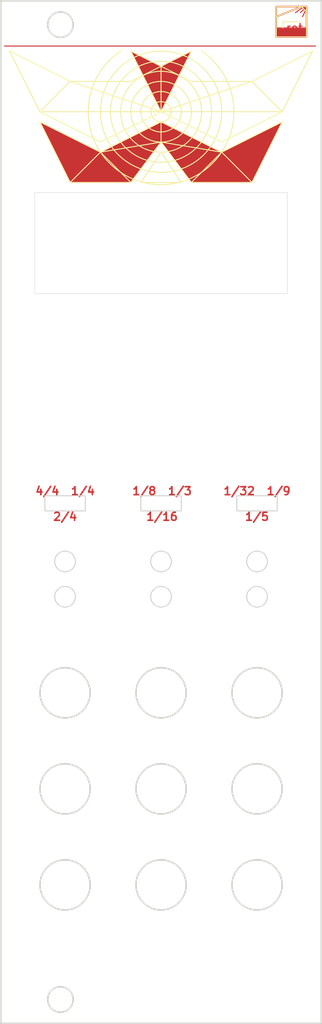
<source format=kicad_pcb>
(kicad_pcb (version 20171130) (host pcbnew "(5.1.2)-1")

  (general
    (thickness 1.6)
    (drawings 205)
    (tracks 0)
    (zones 0)
    (modules 0)
    (nets 1)
  )

  (page A4)
  (layers
    (0 F.Cu signal)
    (31 B.Cu signal)
    (32 B.Adhes user)
    (33 F.Adhes user)
    (34 B.Paste user)
    (35 F.Paste user)
    (36 B.SilkS user)
    (37 F.SilkS user)
    (38 B.Mask user)
    (39 F.Mask user)
    (40 Dwgs.User user)
    (41 Cmts.User user)
    (42 Eco1.User user)
    (43 Eco2.User user)
    (44 Edge.Cuts user)
    (45 Margin user)
    (46 B.CrtYd user)
    (47 F.CrtYd user)
    (48 B.Fab user)
    (49 F.Fab user)
  )

  (setup
    (last_trace_width 0.25)
    (trace_clearance 0.2)
    (zone_clearance 0.508)
    (zone_45_only no)
    (trace_min 0.2)
    (via_size 0.8)
    (via_drill 0.4)
    (via_min_size 0.4)
    (via_min_drill 0.3)
    (uvia_size 0.3)
    (uvia_drill 0.1)
    (uvias_allowed no)
    (uvia_min_size 0.2)
    (uvia_min_drill 0.1)
    (edge_width 0.05)
    (segment_width 0.2)
    (pcb_text_width 0.3)
    (pcb_text_size 1.5 1.5)
    (mod_edge_width 0.12)
    (mod_text_size 1 1)
    (mod_text_width 0.15)
    (pad_size 1.524 1.524)
    (pad_drill 0.762)
    (pad_to_mask_clearance 0.051)
    (solder_mask_min_width 0.25)
    (aux_axis_origin 0 0)
    (grid_origin 43.348219 27.97)
    (visible_elements 7FFFFFFF)
    (pcbplotparams
      (layerselection 0x010e0_7fffffff)
      (usegerberextensions false)
      (usegerberattributes false)
      (usegerberadvancedattributes false)
      (creategerberjobfile false)
      (excludeedgelayer true)
      (linewidth 0.100000)
      (plotframeref false)
      (viasonmask false)
      (mode 1)
      (useauxorigin false)
      (hpglpennumber 1)
      (hpglpenspeed 20)
      (hpglpendiameter 15.000000)
      (psnegative false)
      (psa4output false)
      (plotreference true)
      (plotvalue true)
      (plotinvisibletext false)
      (padsonsilk false)
      (subtractmaskfromsilk false)
      (outputformat 1)
      (mirror false)
      (drillshape 0)
      (scaleselection 1)
      (outputdirectory "grb/"))
  )

  (net 0 "")

  (net_class Default "This is the default net class."
    (clearance 0.2)
    (trace_width 0.25)
    (via_dia 0.8)
    (via_drill 0.4)
    (uvia_dia 0.3)
    (uvia_drill 0.1)
  )

  (gr_poly (pts (xy 43.348219 27.97) (xy 83.480219 27.97) (xy 83.480219 156.24) (xy 43.348219 156.24)) (layer B.Mask) (width 0.1) (tstamp 5CD5038B))
  (gr_circle (center 63.5 102.87) (end 67.945 102.87) (layer F.Mask) (width 0.15) (tstamp 5CD50332))
  (gr_circle (center 75.565 90.805) (end 75.565 96.52) (layer F.Mask) (width 0.15) (tstamp 5CD50331))
  (gr_circle (center 51.435 90.805) (end 57.15 90.805) (layer F.Mask) (width 0.15) (tstamp 5CD50330))
  (gr_circle (center 75.565 102.87) (end 81.28 102.87) (layer F.Mask) (width 0.15) (tstamp 5CD5032F))
  (gr_circle (center 51.435 90.805) (end 55.88 90.805) (layer F.Mask) (width 0.15) (tstamp 5CD5032E))
  (gr_circle (center 75.565 102.87) (end 80.01 102.87) (layer F.Mask) (width 0.15) (tstamp 5CD5032D))
  (gr_circle (center 63.5 90.805) (end 69.215 90.17) (layer F.Mask) (width 0.15) (tstamp 5CD5032C))
  (gr_circle (center 63.5 90.805) (end 67.945 90.805) (layer F.Mask) (width 0.15) (tstamp 5CD5032B))
  (gr_arc (start 63.5 102.87) (end 71.119999 97.790001) (angle -22.61986495) (layer F.Mask) (width 0.15) (tstamp 5CD5032A))
  (gr_circle (center 63.5 102.87) (end 69.215 102.87) (layer F.Mask) (width 0.15) (tstamp 5CD50329))
  (gr_arc (start 63.5 102.87) (end 54.610001 108.584999) (angle -24.52954746) (layer F.Mask) (width 0.15) (tstamp 5CD50328))
  (gr_arc (start 63.5 102.87) (end 57.150001 105.409999) (angle -46.39718103) (layer F.Mask) (width 0.15) (tstamp 5CD50327))
  (gr_arc (start 63.5 102.87) (end 72.389999 97.155001) (angle -24.52954746) (layer F.Mask) (width 0.15) (tstamp 5CD50326))
  (gr_arc (start 63.5 102.87) (end 67.309999 109.854999) (angle -32.77908067) (layer F.Mask) (width 0.15) (tstamp 5CD50325))
  (gr_arc (start 63.5 102.87) (end 70.484999 99.060001) (angle -32.77908067) (layer F.Mask) (width 0.15) (tstamp 5CD50324))
  (gr_arc (start 63.5 102.87) (end 55.880001 107.949999) (angle -22.61986495) (layer F.Mask) (width 0.15) (tstamp 5CD50323))
  (gr_arc (start 63.5 102.87) (end 60.960001 96.520001) (angle -46.39718103) (layer F.Mask) (width 0.15) (tstamp 5CD50322))
  (gr_arc (start 63.5 102.87) (end 58.420001 95.250001) (angle -22.61986495) (layer F.Mask) (width 0.15) (tstamp 5CD50321))
  (gr_circle (center 51.435 102.87) (end 45.72 102.87) (layer F.Mask) (width 0.15) (tstamp 5CD50320))
  (gr_arc (start 63.5 102.87) (end 71.119999 86.360001) (angle -49.55028114) (layer F.Mask) (width 0.15) (tstamp 5CD5031F))
  (gr_circle (center 75.565 90.805) (end 75.565 95.25) (layer F.Mask) (width 0.15) (tstamp 5CD5031E))
  (gr_arc (start 63.5 102.87) (end 56.515001 106.679999) (angle -32.77908067) (layer F.Mask) (width 0.15) (tstamp 5CD5031D))
  (gr_arc (start 63.495 102.88) (end 80.004999 110.499999) (angle -49.55028114) (layer F.Mask) (width 0.15) (tstamp 5CD5031C))
  (gr_arc (start 63.5 102.87) (end 68.579999 110.489999) (angle -22.61986495) (layer F.Mask) (width 0.15) (tstamp 5CD5031B))
  (gr_arc (start 63.5 102.87) (end 69.849999 100.330001) (angle -46.39718103) (layer F.Mask) (width 0.15) (tstamp 5CD5031A))
  (gr_arc (start 63.495 102.88) (end 81.274999 111.769999) (angle -53.13010235) (layer F.Mask) (width 0.15) (tstamp 5CD50319))
  (gr_arc (start 63.5 102.87) (end 69.214999 111.759999) (angle -24.52954746) (layer F.Mask) (width 0.15) (tstamp 5CD50318))
  (gr_arc (start 63.5 102.87) (end 72.389999 85.090001) (angle -53.13010235) (layer F.Mask) (width 0.15) (tstamp 5CD50317))
  (gr_circle (center 51.435 102.87) (end 46.99 102.87) (layer F.Mask) (width 0.15) (tstamp 5CD50316))
  (gr_arc (start 63.5 102.87) (end 66.039999 109.219999) (angle -46.39718103) (layer F.Mask) (width 0.15) (tstamp 5CD50315))
  (gr_arc (start 63.505 102.86) (end 46.995001 95.240001) (angle -49.55028114) (layer F.Mask) (width 0.15) (tstamp 5CD50314))
  (gr_arc (start 63.5 102.87) (end 57.785001 93.980001) (angle -24.52954746) (layer F.Mask) (width 0.15) (tstamp 5CD50313))
  (gr_arc (start 63.505 102.86) (end 45.725001 93.970001) (angle -53.13010235) (layer F.Mask) (width 0.15) (tstamp 5CD50312))
  (gr_arc (start 63.5 102.87) (end 59.690001 95.885001) (angle -32.77908067) (layer F.Mask) (width 0.15) (tstamp 5CD50311))
  (gr_arc (start 63.5 127) (end 70.484999 123.190001) (angle -32.77908067) (layer F.Mask) (width 0.15) (tstamp 5CD50298))
  (gr_arc (start 63.5 127) (end 72.389999 121.285001) (angle -24.52954746) (layer F.Mask) (width 0.15) (tstamp 5CD50297))
  (gr_arc (start 63.5 127) (end 54.610001 132.714999) (angle -24.52954746) (layer F.Mask) (width 0.15) (tstamp 5CD50296))
  (gr_arc (start 63.5 127) (end 71.119999 121.920001) (angle -22.61986495) (layer F.Mask) (width 0.15) (tstamp 5CD50295))
  (gr_arc (start 63.5 127) (end 57.150001 129.539999) (angle -46.39718103) (layer F.Mask) (width 0.15) (tstamp 5CD50294))
  (gr_arc (start 63.5 127) (end 67.309999 133.984999) (angle -32.77908067) (layer F.Mask) (width 0.15) (tstamp 5CD50293))
  (gr_circle (center 63.5 127) (end 69.215 127) (layer F.Mask) (width 0.15) (tstamp 5CD50292))
  (gr_arc (start 63.5 127) (end 56.515001 130.809999) (angle -32.77908067) (layer F.Mask) (width 0.15) (tstamp 5CD50291))
  (gr_circle (center 75.565 139.065) (end 80.01 139.065) (layer F.Mask) (width 0.15) (tstamp 5CD50290))
  (gr_arc (start 63.495 127.01) (end 80.004999 134.629999) (angle -49.55028114) (layer F.Mask) (width 0.15) (tstamp 5CD5028F))
  (gr_circle (center 75.565 139.065) (end 75.565 133.35) (layer F.Mask) (width 0.15) (tstamp 5CD5028E))
  (gr_arc (start 63.5 127) (end 68.579999 134.619999) (angle -22.61986495) (layer F.Mask) (width 0.15) (tstamp 5CD5028D))
  (gr_arc (start 63.5 127) (end 69.214999 135.889999) (angle -24.52954746) (layer F.Mask) (width 0.15) (tstamp 5CD5028C))
  (gr_circle (center 63.5 139.065) (end 62.865 134.62) (layer F.Mask) (width 0.15) (tstamp 5CD5028B))
  (gr_arc (start 63.505 126.99) (end 46.995001 119.370001) (angle -49.55028114) (layer F.Mask) (width 0.15) (tstamp 5CD5028A))
  (gr_arc (start 63.5 127) (end 57.785001 118.110001) (angle -24.52954746) (layer F.Mask) (width 0.15) (tstamp 5CD50289))
  (gr_arc (start 63.49 126.995) (end 54.600001 144.774999) (angle -53.13010235) (layer F.Mask) (width 0.15) (tstamp 5CD50288))
  (gr_arc (start 63.5 127) (end 59.690001 120.015001) (angle -32.77908067) (layer F.Mask) (width 0.15) (tstamp 5CD50287))
  (gr_arc (start 63.5 127) (end 55.880001 132.079999) (angle -22.61986495) (layer F.Mask) (width 0.15) (tstamp 5CD50286))
  (gr_arc (start 63.49 126.995) (end 55.870001 143.504999) (angle -49.55028114) (layer F.Mask) (width 0.15) (tstamp 5CD50285))
  (gr_arc (start 63.5 127) (end 69.849999 124.460001) (angle -46.39718103) (layer F.Mask) (width 0.15) (tstamp 5CD50284))
  (gr_arc (start 63.5 127) (end 60.960001 120.650001) (angle -46.39718103) (layer F.Mask) (width 0.15) (tstamp 5CD50283))
  (gr_arc (start 63.495 127.01) (end 81.274999 135.899999) (angle -53.13010235) (layer F.Mask) (width 0.15) (tstamp 5CD50281))
  (gr_circle (center 63.5 139.065) (end 63.5 133.35) (layer F.Mask) (width 0.15) (tstamp 5CD50280))
  (gr_circle (center 51.435 139.065) (end 55.88 139.065) (layer F.Mask) (width 0.15) (tstamp 5CD5027F))
  (gr_arc (start 63.5 127) (end 66.039999 133.349999) (angle -46.39718103) (layer F.Mask) (width 0.15) (tstamp 5CD5027E))
  (gr_circle (center 51.435 139.065) (end 57.15 139.065) (layer F.Mask) (width 0.15) (tstamp 5CD5027D))
  (gr_circle (center 51.435 127) (end 46.99 127) (layer F.Mask) (width 0.15) (tstamp 5CD5027C))
  (gr_arc (start 63.5 127) (end 58.420001 119.380001) (angle -22.61986495) (layer F.Mask) (width 0.15) (tstamp 5CD5027B))
  (gr_circle (center 51.435 127) (end 45.72 127) (layer F.Mask) (width 0.15) (tstamp 5CD5027A))
  (gr_arc (start 63.505 126.99) (end 45.725001 118.100001) (angle -53.13010235) (layer F.Mask) (width 0.15) (tstamp 5CD50278))
  (gr_circle (center 75.565 114.935) (end 75.565 119.38) (layer F.Mask) (width 0.15) (tstamp 5CD50277))
  (gr_circle (center 51.435 114.935) (end 57.15 114.935) (layer F.Mask) (width 0.15) (tstamp 5CD50276))
  (gr_circle (center 51.435 114.935) (end 55.88 114.935) (layer F.Mask) (width 0.15) (tstamp 5CD50275))
  (gr_circle (center 63.5 127) (end 67.945 127) (layer F.Mask) (width 0.15) (tstamp 5CD50274))
  (gr_circle (center 75.565 127) (end 80.01 127) (layer F.Mask) (width 0.15) (tstamp 5CD50273))
  (gr_circle (center 63.5 114.935) (end 69.215 114.3) (layer F.Mask) (width 0.15) (tstamp 5CD50272))
  (gr_circle (center 75.565 127) (end 81.28 127) (layer F.Mask) (width 0.15) (tstamp 5CD50271))
  (gr_circle (center 63.5 114.935) (end 67.945 114.935) (layer F.Mask) (width 0.15) (tstamp 5CD50270))
  (gr_circle (center 75.565 114.935) (end 75.565 120.65) (layer F.Mask) (width 0.15) (tstamp 5CD5026F))
  (gr_text takt-exp (at 75.565 153.035) (layer F.Mask) (tstamp 5CD5026E)
    (effects (font (size 4 2) (thickness 0.3)))
  )
  (gr_line (start 43.942 150.495) (end 83.058 150.495) (layer F.Mask) (width 0.12) (tstamp 5CD5026D))
  (gr_text rot (at 80.264 31.369) (layer F.Mask) (tstamp 5CD50242)
    (effects (font (size 1 1) (thickness 0.15)))
  )
  (gr_text rot (at 80.264 31.369) (layer F.Cu) (tstamp 5CD50241)
    (effects (font (size 1 1) (thickness 0.15)))
  )
  (gr_line (start 43.815 33.655) (end 82.931 33.655) (layer F.Cu) (width 0.12) (tstamp 5CD50240))
  (gr_line (start 43.815 33.655) (end 82.931 33.655) (layer F.Mask) (width 0.12) (tstamp 5CD5023F))
  (gr_line (start 81.661 29.21) (end 81.28 29.972) (layer F.Cu) (width 0.12) (tstamp 5CD5023E))
  (gr_line (start 77.978 32.512) (end 81.788 32.512) (layer F.Cu) (width 0.2) (tstamp 5CD5023D))
  (gr_line (start 77.978 28.702) (end 81.788 28.702) (layer F.Mask) (width 0.2) (tstamp 5CD5023C))
  (gr_line (start 81.153 28.702) (end 77.978 29.972) (layer F.SilkS) (width 0.12) (tstamp 5CD5023B))
  (gr_line (start 78.74 32.131) (end 78.613 31.75) (layer F.Mask) (width 0.12) (tstamp 5CD5023A))
  (gr_line (start 78.867 30.48) (end 78.8035 31.369) (layer F.SilkS) (width 0.12) (tstamp 5CD50239))
  (gr_line (start 81.788 28.702) (end 81.788 32.512) (layer F.Cu) (width 0.2) (tstamp 5CD50238))
  (gr_line (start 78.867 30.48) (end 78.994 30.607) (layer F.SilkS) (width 0.12) (tstamp 5CD50237))
  (gr_line (start 77.978 32.512) (end 77.978 28.702) (layer F.Mask) (width 0.2) (tstamp 5CD50236))
  (gr_line (start 78.994 30.607) (end 80.772 30.607) (layer F.SilkS) (width 0.12) (tstamp 5CD50235))
  (gr_poly (pts (xy 81.788 31.369) (xy 77.978 31.369) (xy 77.978 32.512) (xy 81.788 32.512)) (layer F.Cu) (width 0.1) (tstamp 5CD50234))
  (gr_line (start 77.978 28.702) (end 81.788 28.702) (layer F.Cu) (width 0.2) (tstamp 5CD50233))
  (gr_line (start 81.407 29.083) (end 81.026 29.464) (layer F.Cu) (width 0.12) (tstamp 5CD50232))
  (gr_line (start 81.28 28.829) (end 80.391 29.464) (layer F.Cu) (width 0.12) (tstamp 5CD50231))
  (gr_line (start 77.978 28.702) (end 77.978 32.512) (layer F.Cu) (width 0.2) (tstamp 5CD50230))
  (gr_line (start 77.978 32.512) (end 81.788 32.512) (layer F.Mask) (width 0.2) (tstamp 5CD5022F))
  (gr_line (start 81.788 32.512) (end 81.788 28.702) (layer F.Mask) (width 0.2) (tstamp 5CD5022E))
  (gr_line (start 78.613 31.75) (end 78.486 31.877) (layer F.Mask) (width 0.12) (tstamp 5CD5022D))
  (gr_line (start 78.74 32.131) (end 78.8035 31.369) (layer F.Mask) (width 0.12) (tstamp 5CD5022C))
  (gr_poly (pts (xy 81.788 29.337) (xy 81.788 28.702) (xy 81.153 28.702)) (layer F.Mask) (width 0.2) (tstamp 5CD5022B))
  (gr_poly (pts (xy 81.788 31.242) (xy 81.788 29.337) (xy 81.153 28.702) (xy 77.978 29.972) (xy 77.978 31.242)) (layer F.Mask) (width 0.2) (tstamp 5CD5022A))
  (gr_poly (pts (xy 81.788 29.337) (xy 81.788 28.702) (xy 81.153 28.702)) (layer F.Cu) (width 0.2) (tstamp 5CD50229))
  (gr_line (start 77.978 28.702) (end 77.978 32.512) (layer F.SilkS) (width 0.12) (tstamp 5CD50228))
  (gr_line (start 77.978 28.702) (end 81.788 28.702) (layer F.SilkS) (width 0.12) (tstamp 5CD50227))
  (gr_line (start 81.788 32.512) (end 81.788 28.702) (layer F.SilkS) (width 0.12) (tstamp 5CD50226))
  (gr_line (start 81.788 29.337) (end 81.153 28.702) (layer F.SilkS) (width 0.12) (tstamp 5CD50225))
  (gr_line (start 77.978 32.512) (end 81.788 32.512) (layer F.SilkS) (width 0.12) (tstamp 5CD50224))
  (gr_line (start 81.153 28.702) (end 77.978 29.972) (layer F.Cu) (width 0.2) (tstamp 5CD50223))
  (gr_line (start 60.96 50.8) (end 63.5 46.99) (layer F.SilkS) (width 0.12) (tstamp 5CD4AD60))
  (gr_line (start 66.04 50.8) (end 63.5 46.99) (layer F.SilkS) (width 0.12) (tstamp 5CD4AD5F))
  (gr_line (start 60.96 50.8) (end 66.04 50.8) (layer F.SilkS) (width 0.12))
  (gr_line (start 71.12 46.99) (end 74.93 50.8) (layer F.SilkS) (width 0.12) (tstamp 5CD4AD5E))
  (gr_line (start 67.31 50.8) (end 71.12 46.99) (layer F.SilkS) (width 0.12) (tstamp 5CD4AD5D))
  (gr_line (start 63.5 45.72) (end 55.88 46.99) (layer F.SilkS) (width 0.12) (tstamp 5CD4AD5C))
  (gr_line (start 63.5 45.72) (end 71.12 46.99) (layer F.SilkS) (width 0.12) (tstamp 5CD4AD5B))
  (gr_line (start 63.5 45.72) (end 63.5 43.18) (layer F.SilkS) (width 0.12) (tstamp 5CD4AD5A))
  (gr_line (start 55.88 46.99) (end 59.69 50.8) (layer F.SilkS) (width 0.12) (tstamp 5CD4AD59))
  (gr_line (start 52.07 50.8) (end 55.88 46.99) (layer F.SilkS) (width 0.12) (tstamp 5CD4AD58))
  (gr_line (start 55.88 46.99) (end 48.26 43.18) (layer F.SilkS) (width 0.12) (tstamp 5CD4AD57))
  (gr_line (start 63.5 43.18) (end 55.88 46.99) (layer F.SilkS) (width 0.12))
  (gr_line (start 71.12 46.99) (end 63.5 43.18) (layer F.SilkS) (width 0.12) (tstamp 5CD4AD56))
  (gr_line (start 78.74 43.18) (end 71.12 46.99) (layer F.SilkS) (width 0.12))
  (gr_line (start 74.93 50.8) (end 78.74 43.18) (layer F.SilkS) (width 0.12))
  (gr_line (start 67.31 50.8) (end 74.93 50.8) (layer F.SilkS) (width 0.12))
  (gr_line (start 67.31 50.8) (end 63.5 45.72) (layer F.SilkS) (width 0.12) (tstamp 5CD4AD55))
  (gr_line (start 59.69 50.8) (end 63.5 45.72) (layer F.SilkS) (width 0.12) (tstamp 5CD4AD54))
  (gr_line (start 52.07 50.8) (end 59.69 50.8) (layer F.SilkS) (width 0.12))
  (gr_line (start 48.26 43.18) (end 52.07 50.8) (layer F.SilkS) (width 0.12))
  (gr_poly (pts (xy 63.5 41.91) (xy 67.31 34.29) (xy 63.5 36.195) (xy 59.69 34.29)) (layer F.Cu) (width 0.1))
  (gr_line (start 74.93 38.1) (end 78.74 41.91) (layer F.SilkS) (width 0.12) (tstamp 5CD4AD48))
  (gr_line (start 48.26 41.91) (end 52.07 38.1) (layer F.SilkS) (width 0.12) (tstamp 5CD4AD47))
  (gr_line (start 63.5 41.91) (end 48.26 41.91) (layer F.SilkS) (width 0.12) (tstamp 5CD4AD46))
  (gr_line (start 78.74 41.91) (end 63.5 41.91) (layer F.SilkS) (width 0.12) (tstamp 5CD4AD45))
  (gr_line (start 63.5 41.91) (end 74.93 38.1) (layer F.SilkS) (width 0.12) (tstamp 5CD4AD44))
  (gr_line (start 63.5 41.91) (end 52.07 38.1) (layer F.SilkS) (width 0.12) (tstamp 5CD4AD43))
  (gr_line (start 63.5 36.195) (end 63.5 41.91) (layer F.SilkS) (width 0.12) (tstamp 5CD4AD42))
  (gr_line (start 67.31 38.1) (end 59.69 34.29) (layer F.SilkS) (width 0.12) (tstamp 5CD4AD41))
  (gr_line (start 74.93 38.1) (end 67.31 38.1) (layer F.SilkS) (width 0.12))
  (gr_line (start 82.55 34.29) (end 74.93 38.1) (layer F.SilkS) (width 0.12))
  (gr_line (start 78.74 41.91) (end 82.55 34.29) (layer F.SilkS) (width 0.12))
  (gr_line (start 71.12 45.72) (end 78.74 41.91) (layer F.SilkS) (width 0.12))
  (gr_line (start 63.5 41.91) (end 71.12 45.72) (layer F.SilkS) (width 0.12))
  (gr_line (start 59.69 34.29) (end 63.5 41.91) (layer F.SilkS) (width 0.12) (tstamp 5CD4AD40))
  (gr_line (start 48.26 41.91) (end 44.45 34.29) (layer F.SilkS) (width 0.12) (tstamp 5CD4AD3F))
  (gr_line (start 55.88 45.72) (end 48.26 41.91) (layer F.SilkS) (width 0.12))
  (gr_line (start 63.5 41.91) (end 55.88 45.72) (layer F.SilkS) (width 0.12))
  (gr_line (start 67.31 34.29) (end 63.5 41.91) (layer F.SilkS) (width 0.12) (tstamp 5CD4AD3E))
  (gr_line (start 59.69 38.1) (end 67.31 34.29) (layer F.SilkS) (width 0.12))
  (gr_line (start 52.07 38.1) (end 59.69 38.1) (layer F.SilkS) (width 0.12))
  (gr_line (start 44.45 34.29) (end 52.07 38.1) (layer F.SilkS) (width 0.12))
  (gr_arc (start 63.5 41.91) (end 58.420001 34.290001) (angle -292.6198649) (layer F.SilkS) (width 0.12))
  (gr_circle (center 63.5 41.91) (end 71.12 41.91) (layer F.SilkS) (width 0.12))
  (gr_circle (center 63.5 41.91) (end 69.85 41.91) (layer F.SilkS) (width 0.12))
  (gr_circle (center 63.5 41.91) (end 68.58 41.91) (layer F.SilkS) (width 0.12))
  (gr_circle (center 63.5 41.91) (end 67.31 41.91) (layer F.SilkS) (width 0.12))
  (gr_circle (center 63.5 41.91) (end 66.04 41.91) (layer F.SilkS) (width 0.12))
  (gr_circle (center 63.5 41.91) (end 64.77 41.91) (layer F.SilkS) (width 0.12))
  (gr_poly (pts (xy 60.96 50.8) (xy 63.5 46.99) (xy 66.04 50.8)) (layer F.Mask) (width 0.1))
  (gr_poly (pts (xy 48.26 43.18) (xy 55.88 46.99) (xy 63.5 43.18) (xy 71.12 46.99) (xy 78.74 43.18) (xy 74.93 50.8) (xy 67.31 50.8) (xy 63.5 45.72) (xy 59.69 50.8) (xy 52.07 50.8)) (layer F.Cu) (width 0.1))
  (gr_poly (pts (xy 82.55 34.29) (xy 78.74 41.91) (xy 71.12 45.72) (xy 63.5 41.91) (xy 59.69 34.29) (xy 67.31 38.1) (xy 74.93 38.1)) (layer F.Mask) (width 0.1))
  (gr_poly (pts (xy 44.45 34.29) (xy 48.26 41.91) (xy 55.88 45.72) (xy 63.5 41.91) (xy 67.31 34.29) (xy 64.77 35.56) (xy 59.69 38.1) (xy 52.07 38.1)) (layer F.Mask) (width 0.1))
  (gr_text "1/8  1/3\n\n1/16" (at 63.627 91.186) (layer F.Cu) (tstamp 5CD4ACA6)
    (effects (font (size 1 1) (thickness 0.2)))
  )
  (gr_text "1/32  1/9\n\n1/5" (at 75.565 91.186) (layer F.Cu) (tstamp 5CD4ACA5)
    (effects (font (size 1 1) (thickness 0.2)))
  )
  (gr_text "4/4  1/4\n\n2/4" (at 51.435 91.186) (layer F.Cu) (tstamp 5CD4ACA4)
    (effects (font (size 1 1) (thickness 0.2)))
  )
  (gr_text "1/32  1/9\n\n1/5" (at 75.565 91.186) (layer F.Mask) (tstamp 5CD4AC9A)
    (effects (font (size 1 1) (thickness 0.2)))
  )
  (gr_text "1/8  1/3\n\n1/16" (at 63.627 91.186) (layer F.Mask) (tstamp 5CD4AC9A)
    (effects (font (size 1 1) (thickness 0.2)))
  )
  (gr_text "4/4  1/4\n\n2/4" (at 51.435 91.186) (layer F.Mask) (tstamp 5CD4AC8B)
    (effects (font (size 1 1) (thickness 0.2)))
  )
  (gr_line (start 48.895 92.075) (end 48.895 90.17) (layer Edge.Cuts) (width 0.12) (tstamp 5CD4AC70))
  (gr_line (start 53.975 92.075) (end 48.895 92.075) (layer Edge.Cuts) (width 0.12) (tstamp 5CD4AC6F))
  (gr_line (start 48.895 90.17) (end 53.975 90.17) (layer Edge.Cuts) (width 0.12) (tstamp 5CD4AC6E))
  (gr_line (start 53.975 90.17) (end 53.975 92.075) (layer Edge.Cuts) (width 0.12) (tstamp 5CD4AC6D))
  (gr_line (start 73.025 92.075) (end 73.025 90.17) (layer Edge.Cuts) (width 0.12) (tstamp 5CD4AC70))
  (gr_line (start 78.105 92.075) (end 73.025 92.075) (layer Edge.Cuts) (width 0.12) (tstamp 5CD4AC6F))
  (gr_line (start 73.025 90.17) (end 78.105 90.17) (layer Edge.Cuts) (width 0.12) (tstamp 5CD4AC6E))
  (gr_line (start 78.105 90.17) (end 78.105 92.075) (layer Edge.Cuts) (width 0.12) (tstamp 5CD4AC6D))
  (gr_line (start 60.96 90.17) (end 66.04 90.17) (layer Edge.Cuts) (width 0.12) (tstamp 5CD4AC60))
  (gr_line (start 60.96 92.075) (end 60.96 90.17) (layer Edge.Cuts) (width 0.12))
  (gr_line (start 66.04 92.075) (end 60.96 92.075) (layer Edge.Cuts) (width 0.12))
  (gr_line (start 66.04 90.17) (end 66.04 92.075) (layer Edge.Cuts) (width 0.12) (tstamp 5CD4A9ED))
  (gr_circle (center 63.5 98.425) (end 64.8 98.425) (layer Edge.Cuts) (width 0.12) (tstamp 5CD49BD2))
  (gr_circle (center 75.57 98.425) (end 76.87 98.425) (layer Edge.Cuts) (width 0.12) (tstamp 5CD49BD1))
  (gr_circle (center 51.43 98.425) (end 52.73 98.425) (layer Edge.Cuts) (width 0.12) (tstamp 5CD49BD0))
  (gr_circle (center 75.57 102.860001) (end 76.87 102.860001) (layer Edge.Cuts) (width 0.12) (tstamp 5CD3AA68))
  (gr_circle (center 63.5 102.860001) (end 64.8 102.860001) (layer Edge.Cuts) (width 0.12) (tstamp 5CD3AA68))
  (gr_circle (center 51.43 102.860001) (end 52.73 102.860001) (layer Edge.Cuts) (width 0.12))
  (gr_line (start 79.375 52.07) (end 79.375 64.77) (layer Edge.Cuts) (width 0.05) (tstamp 5CD3AFF8))
  (gr_line (start 47.625 52.07) (end 79.375 52.07) (layer Edge.Cuts) (width 0.05) (tstamp 5CD3AFF5))
  (gr_line (start 47.625 64.77) (end 47.625 52.07) (layer Edge.Cuts) (width 0.05) (tstamp 5CD3AFF2))
  (gr_line (start 79.375 64.77) (end 47.625 64.77) (layer Edge.Cuts) (width 0.05) (tstamp 5CD3AFFB))
  (gr_circle (center 51.43 114.930001) (end 54.58 114.930001) (layer Edge.Cuts) (width 0.2) (tstamp 5CD3A7C5))
  (gr_circle (center 63.5 114.930001) (end 66.65 114.930001) (layer Edge.Cuts) (width 0.2) (tstamp 5CD3A7C4))
  (gr_circle (center 50.848219 153.47) (end 52.448219 153.47) (layer Edge.Cuts) (width 0.2) (tstamp 5CD3A7C2))
  (gr_circle (center 51.43 139.07) (end 54.58 139.07) (layer Edge.Cuts) (width 0.2) (tstamp 5CD3A7C1))
  (gr_line (start 43.348219 27.97) (end 83.648219 27.97) (layer Edge.Cuts) (width 0.2) (tstamp 5CD3A7C0))
  (gr_line (start 43.348219 156.47) (end 43.348219 27.97) (layer Edge.Cuts) (width 0.2) (tstamp 5CD3A7BF))
  (gr_circle (center 51.43 127) (end 54.58 127) (layer Edge.Cuts) (width 0.2) (tstamp 5CD3A7BE))
  (gr_line (start 83.648219 27.97) (end 83.648219 156.47) (layer Edge.Cuts) (width 0.2) (tstamp 5CD3A7BD))
  (gr_circle (center 63.5 127) (end 66.65 127) (layer Edge.Cuts) (width 0.2) (tstamp 5CD3A7BC))
  (gr_circle (center 63.5 139.07) (end 66.65 139.07) (layer Edge.Cuts) (width 0.2) (tstamp 5CD3A7BB))
  (gr_circle (center 75.57 127) (end 78.72 127) (layer Edge.Cuts) (width 0.2) (tstamp 5CD3A7BA))
  (gr_line (start 83.648219 156.47) (end 43.348219 156.47) (layer Edge.Cuts) (width 0.2) (tstamp 5CD3A7B9))
  (gr_circle (center 75.57 139.07) (end 78.72 139.07) (layer Edge.Cuts) (width 0.2) (tstamp 5CD3A7B8))
  (gr_circle (center 50.848219 30.97) (end 52.448219 30.97) (layer Edge.Cuts) (width 0.2) (tstamp 5CD3A7B7))
  (gr_circle (center 75.57 114.930001) (end 78.72 114.930001) (layer Edge.Cuts) (width 0.2) (tstamp 5CD3A7B6))

)

</source>
